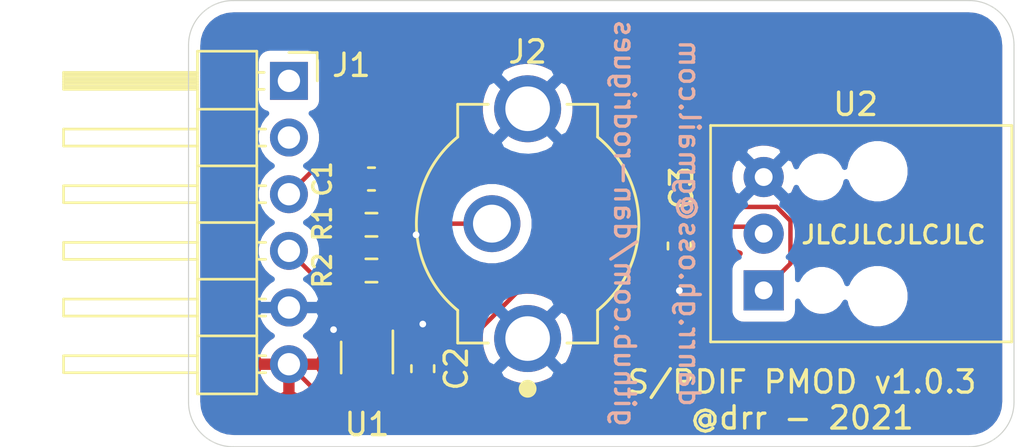
<source format=kicad_pcb>
(kicad_pcb (version 20171130) (host pcbnew "(5.1.8-0-10_14)")

  (general
    (thickness 1.6002)
    (drawings 18)
    (tracks 43)
    (zones 0)
    (modules 9)
    (nets 10)
  )

  (page A4)
  (layers
    (0 Front signal)
    (31 Back signal)
    (34 B.Paste user)
    (35 F.Paste user)
    (36 B.SilkS user)
    (37 F.SilkS user)
    (38 B.Mask user)
    (39 F.Mask user)
    (44 Edge.Cuts user)
    (45 Margin user)
    (46 B.CrtYd user)
    (47 F.CrtYd user)
    (49 F.Fab user hide)
  )

  (setup
    (last_trace_width 0.2)
    (user_trace_width 0.2)
    (user_trace_width 0.2)
    (user_trace_width 0.4)
    (user_trace_width 0.6)
    (trace_clearance 0.2)
    (zone_clearance 0.5)
    (zone_45_only no)
    (trace_min 0.2)
    (via_size 0.6)
    (via_drill 0.3)
    (via_min_size 0.6)
    (via_min_drill 0.3)
    (user_via 0.6 0.3)
    (user_via 0.9 0.4)
    (uvia_size 0.6858)
    (uvia_drill 0.3302)
    (uvias_allowed no)
    (uvia_min_size 0.2)
    (uvia_min_drill 0.1)
    (edge_width 0.05)
    (segment_width 0.2)
    (pcb_text_width 0.3)
    (pcb_text_size 1.5 1.5)
    (mod_edge_width 0.12)
    (mod_text_size 1 1)
    (mod_text_width 0.15)
    (pad_size 1.524 1.524)
    (pad_drill 0.762)
    (pad_to_mask_clearance 0)
    (aux_axis_origin 0 0)
    (visible_elements FFFFFF7F)
    (pcbplotparams
      (layerselection 0x010fc_ffffffff)
      (usegerberextensions false)
      (usegerberattributes true)
      (usegerberadvancedattributes true)
      (creategerberjobfile true)
      (excludeedgelayer true)
      (linewidth 0.100000)
      (plotframeref false)
      (viasonmask false)
      (mode 1)
      (useauxorigin false)
      (hpglpennumber 1)
      (hpglpenspeed 20)
      (hpglpendiameter 15.000000)
      (psnegative false)
      (psa4output false)
      (plotreference true)
      (plotvalue true)
      (plotinvisibletext false)
      (padsonsilk false)
      (subtractmaskfromsilk true)
      (outputformat 1)
      (mirror false)
      (drillshape 0)
      (scaleselection 1)
      (outputdirectory "job"))
  )

  (net 0 "")
  (net 1 +3V3)
  (net 2 GND)
  (net 3 "Net-(J1-Pad2)")
  (net 4 "Net-(J1-Pad1)")
  (net 5 "Net-(C1-Pad2)")
  (net 6 "Net-(C1-Pad1)")
  (net 7 "Net-(R1-Pad2)")
  (net 8 /OPTICAL)
  (net 9 /COAX)

  (net_class Default "This is the default net class."
    (clearance 0.2)
    (trace_width 0.2)
    (via_dia 0.6)
    (via_drill 0.3)
    (uvia_dia 0.6858)
    (uvia_drill 0.3302)
    (diff_pair_width 0.2)
    (diff_pair_gap 0.254)
    (add_net +3V3)
    (add_net /COAX)
    (add_net /OPTICAL)
    (add_net GND)
    (add_net "Net-(C1-Pad1)")
    (add_net "Net-(C1-Pad2)")
    (add_net "Net-(J1-Pad1)")
    (add_net "Net-(J1-Pad2)")
    (add_net "Net-(R1-Pad2)")
  )

  (module CUI_RCJ:RCJ-02x (layer Front) (tedit 603A2D80) (tstamp 5FE9ADD2)
    (at 234.2 133 90)
    (path /5FE78B1A)
    (fp_text reference J2 (at 7.7 0 180) (layer F.SilkS)
      (effects (font (size 1 1) (thickness 0.15)))
    )
    (fp_text value COAX_OUT (at 0 6.319445 90) (layer F.Fab)
      (effects (font (size 1 1) (thickness 0.15)))
    )
    (fp_circle (center -7.4 0) (end -7.2 0) (layer F.SilkS) (width 0.4))
    (fp_line (start -5.35 -3.135) (end -5.35 3.135) (layer F.Fab) (width 0.127))
    (fp_line (start 5.35 3.135) (end 5.35 -3.135) (layer F.Fab) (width 0.127))
    (fp_line (start 5.35 -3.135) (end 3.884 -3.135) (layer F.Fab) (width 0.127))
    (fp_line (start -3.884 -3.135) (end -5.35 -3.135) (layer F.Fab) (width 0.127))
    (fp_line (start -3.884 3.135) (end -5.35 3.135) (layer F.Fab) (width 0.127))
    (fp_line (start 5.35 3.135) (end 3.884 3.135) (layer F.Fab) (width 0.127))
    (fp_line (start 5.35 -3.135) (end 3.884 -3.135) (layer F.SilkS) (width 0.127))
    (fp_line (start -3.884 -3.135) (end -5.35 -3.135) (layer F.SilkS) (width 0.127))
    (fp_line (start -3.884 3.135) (end -5.35 3.135) (layer F.SilkS) (width 0.127))
    (fp_line (start 5.35 3.135) (end 3.884 3.135) (layer F.SilkS) (width 0.127))
    (fp_line (start -5.6 -3.385) (end -5.6 -1.7) (layer F.CrtYd) (width 0.05))
    (fp_line (start -5.6 1.75) (end -5.6 3.385) (layer F.CrtYd) (width 0.05))
    (fp_line (start 5.6 3.385) (end 5.6 1.7) (layer F.CrtYd) (width 0.05))
    (fp_line (start 5.6 -1.75) (end 5.6 -3.385) (layer F.CrtYd) (width 0.05))
    (fp_line (start 5.6 -3.385) (end 3.895 -3.385) (layer F.CrtYd) (width 0.05))
    (fp_line (start -3.903 -3.385) (end -5.6 -3.385) (layer F.CrtYd) (width 0.05))
    (fp_line (start -3.901 3.385) (end -5.6 3.385) (layer F.CrtYd) (width 0.05))
    (fp_line (start 5.6 3.385) (end 3.897 3.384999) (layer F.CrtYd) (width 0.05))
    (fp_line (start 5.6 -1.75) (end 6.95 -1.75) (layer F.CrtYd) (width 0.05))
    (fp_line (start 6.95 -1.75) (end 6.95 1.7) (layer F.CrtYd) (width 0.05))
    (fp_line (start 6.95 1.7) (end 5.6 1.7) (layer F.CrtYd) (width 0.05))
    (fp_line (start -5.6 -1.7) (end -6.9 -1.7) (layer F.CrtYd) (width 0.05))
    (fp_line (start -6.9 -1.7) (end -6.9 1.75) (layer F.CrtYd) (width 0.05))
    (fp_line (start -6.9 1.75) (end -5.6 1.75) (layer F.CrtYd) (width 0.05))
    (fp_line (start -5.35 1.765) (end -5.35 3.135) (layer F.SilkS) (width 0.127))
    (fp_line (start -5.35 -3.135) (end -5.35 -1.765) (layer F.SilkS) (width 0.127))
    (fp_line (start 5.35 -3.135) (end 5.35 -1.765) (layer F.SilkS) (width 0.127))
    (fp_line (start 5.35 1.765) (end 5.35 3.135) (layer F.SilkS) (width 0.127))
    (fp_arc (start -0.002 0.223988) (end -3.901 3.385) (angle -101.9350009) (layer F.CrtYd) (width 0.05))
    (fp_arc (start -0.004 -0.223988) (end 3.895 -3.385) (angle -101.935) (layer F.CrtYd) (width 0.05))
    (fp_arc (start 0 -0.013851) (end -3.884 3.135) (angle -101.935) (layer F.SilkS) (width 0.127))
    (fp_arc (start 0 0.013851) (end 3.884 -3.135) (angle -101.935) (layer F.SilkS) (width 0.127))
    (fp_arc (start 0 -0.013851) (end -3.884 3.135) (angle -101.935) (layer F.Fab) (width 0.127))
    (fp_arc (start 0 0.013851) (end 3.884 -3.135) (angle -101.935) (layer F.Fab) (width 0.127))
    (pad 2 thru_hole circle (at 0 -1.6 90) (size 2.55 2.55) (drill 1.7) (layers *.Cu *.Mask)
      (net 5 "Net-(C1-Pad2)"))
    (pad 1B thru_hole circle (at 5.15 0 90) (size 3 3) (drill 2) (layers *.Cu *.Mask)
      (net 2 GND))
    (pad 1A thru_hole circle (at -5.15 0 90) (size 3 3) (drill 2) (layers *.Cu *.Mask)
      (net 2 GND))
    (model ${KIPRJMOD}/kicad-lib/CUI_RCJ.pretty/3D/CUI_DEVICES_RCJ-027.step
      (offset (xyz 0 0 -6))
      (scale (xyz 1 1 1))
      (rotate (xyz 0 90 -90))
    )
  )

  (module Resistor_SMD:R_0603_1608Metric_Pad0.98x0.95mm_HandSolder (layer Front) (tedit 5F68FEEE) (tstamp 5FE825F8)
    (at 227.2 133.05 180)
    (descr "Resistor SMD 0603 (1608 Metric), square (rectangular) end terminal, IPC_7351 nominal with elongated pad for handsoldering. (Body size source: IPC-SM-782 page 72, https://www.pcb-3d.com/wordpress/wp-content/uploads/ipc-sm-782a_amendment_1_and_2.pdf), generated with kicad-footprint-generator")
    (tags "resistor handsolder")
    (path /5FE71303)
    (attr smd)
    (fp_text reference R2 (at 2.2 -2.05 90) (layer F.SilkS)
      (effects (font (size 0.8 0.8) (thickness 0.15)))
    )
    (fp_text value 110R (at 0 1.43) (layer F.Fab)
      (effects (font (size 1 1) (thickness 0.15)))
    )
    (fp_line (start -0.8 0.4125) (end -0.8 -0.4125) (layer F.Fab) (width 0.1))
    (fp_line (start -0.8 -0.4125) (end 0.8 -0.4125) (layer F.Fab) (width 0.1))
    (fp_line (start 0.8 -0.4125) (end 0.8 0.4125) (layer F.Fab) (width 0.1))
    (fp_line (start 0.8 0.4125) (end -0.8 0.4125) (layer F.Fab) (width 0.1))
    (fp_line (start -0.254724 -0.5225) (end 0.254724 -0.5225) (layer F.SilkS) (width 0.12))
    (fp_line (start -0.254724 0.5225) (end 0.254724 0.5225) (layer F.SilkS) (width 0.12))
    (fp_line (start -1.65 0.73) (end -1.65 -0.73) (layer F.CrtYd) (width 0.05))
    (fp_line (start -1.65 -0.73) (end 1.65 -0.73) (layer F.CrtYd) (width 0.05))
    (fp_line (start 1.65 -0.73) (end 1.65 0.73) (layer F.CrtYd) (width 0.05))
    (fp_line (start 1.65 0.73) (end -1.65 0.73) (layer F.CrtYd) (width 0.05))
    (fp_text user %R (at 0 0) (layer F.Fab)
      (effects (font (size 0.4 0.4) (thickness 0.06)))
    )
    (pad 2 smd roundrect (at 0.9125 0 180) (size 0.975 0.95) (layers Front F.Paste F.Mask) (roundrect_rratio 0.25)
      (net 6 "Net-(C1-Pad1)"))
    (pad 1 smd roundrect (at -0.9125 0 180) (size 0.975 0.95) (layers Front F.Paste F.Mask) (roundrect_rratio 0.25)
      (net 2 GND))
    (model ${KISYS3DMOD}/Resistor_SMD.3dshapes/R_0603_1608Metric.wrl
      (at (xyz 0 0 0))
      (scale (xyz 1 1 1))
      (rotate (xyz 0 0 0))
    )
  )

  (module Resistor_SMD:R_0603_1608Metric_Pad0.98x0.95mm_HandSolder (layer Front) (tedit 5F68FEEE) (tstamp 5FE82639)
    (at 227.2 135.1)
    (descr "Resistor SMD 0603 (1608 Metric), square (rectangular) end terminal, IPC_7351 nominal with elongated pad for handsoldering. (Body size source: IPC-SM-782 page 72, https://www.pcb-3d.com/wordpress/wp-content/uploads/ipc-sm-782a_amendment_1_and_2.pdf), generated with kicad-footprint-generator")
    (tags "resistor handsolder")
    (path /5FE704D2)
    (attr smd)
    (fp_text reference R1 (at -2.2 -2.1 90) (layer F.SilkS)
      (effects (font (size 0.8 0.8) (thickness 0.15)))
    )
    (fp_text value 210R (at 0 1.43) (layer F.Fab)
      (effects (font (size 1 1) (thickness 0.15)))
    )
    (fp_line (start -0.8 0.4125) (end -0.8 -0.4125) (layer F.Fab) (width 0.1))
    (fp_line (start -0.8 -0.4125) (end 0.8 -0.4125) (layer F.Fab) (width 0.1))
    (fp_line (start 0.8 -0.4125) (end 0.8 0.4125) (layer F.Fab) (width 0.1))
    (fp_line (start 0.8 0.4125) (end -0.8 0.4125) (layer F.Fab) (width 0.1))
    (fp_line (start -0.254724 -0.5225) (end 0.254724 -0.5225) (layer F.SilkS) (width 0.12))
    (fp_line (start -0.254724 0.5225) (end 0.254724 0.5225) (layer F.SilkS) (width 0.12))
    (fp_line (start -1.65 0.73) (end -1.65 -0.73) (layer F.CrtYd) (width 0.05))
    (fp_line (start -1.65 -0.73) (end 1.65 -0.73) (layer F.CrtYd) (width 0.05))
    (fp_line (start 1.65 -0.73) (end 1.65 0.73) (layer F.CrtYd) (width 0.05))
    (fp_line (start 1.65 0.73) (end -1.65 0.73) (layer F.CrtYd) (width 0.05))
    (fp_text user %R (at 0 0) (layer F.Fab)
      (effects (font (size 0.4 0.4) (thickness 0.06)))
    )
    (pad 2 smd roundrect (at 0.9125 0) (size 0.975 0.95) (layers Front F.Paste F.Mask) (roundrect_rratio 0.25)
      (net 7 "Net-(R1-Pad2)"))
    (pad 1 smd roundrect (at -0.9125 0) (size 0.975 0.95) (layers Front F.Paste F.Mask) (roundrect_rratio 0.25)
      (net 6 "Net-(C1-Pad1)"))
    (model ${KISYS3DMOD}/Resistor_SMD.3dshapes/R_0603_1608Metric.wrl
      (at (xyz 0 0 0))
      (scale (xyz 1 1 1))
      (rotate (xyz 0 0 0))
    )
  )

  (module Capacitor_SMD:C_0603_1608Metric_Pad1.08x0.95mm_HandSolder (layer Front) (tedit 5F68FEEF) (tstamp 603A8E7A)
    (at 227.2 131)
    (descr "Capacitor SMD 0603 (1608 Metric), square (rectangular) end terminal, IPC_7351 nominal with elongated pad for handsoldering. (Body size source: IPC-SM-782 page 76, https://www.pcb-3d.com/wordpress/wp-content/uploads/ipc-sm-782a_amendment_1_and_2.pdf), generated with kicad-footprint-generator")
    (tags "capacitor handsolder")
    (path /5FE743A6)
    (attr smd)
    (fp_text reference C1 (at -2.2 0 90) (layer F.SilkS)
      (effects (font (size 0.8 0.8) (thickness 0.15)))
    )
    (fp_text value 100nF (at 0 1.43) (layer F.Fab)
      (effects (font (size 1 1) (thickness 0.15)))
    )
    (fp_line (start -0.8 0.4) (end -0.8 -0.4) (layer F.Fab) (width 0.1))
    (fp_line (start -0.8 -0.4) (end 0.8 -0.4) (layer F.Fab) (width 0.1))
    (fp_line (start 0.8 -0.4) (end 0.8 0.4) (layer F.Fab) (width 0.1))
    (fp_line (start 0.8 0.4) (end -0.8 0.4) (layer F.Fab) (width 0.1))
    (fp_line (start -0.146267 -0.51) (end 0.146267 -0.51) (layer F.SilkS) (width 0.12))
    (fp_line (start -0.146267 0.51) (end 0.146267 0.51) (layer F.SilkS) (width 0.12))
    (fp_line (start -1.65 0.73) (end -1.65 -0.73) (layer F.CrtYd) (width 0.05))
    (fp_line (start -1.65 -0.73) (end 1.65 -0.73) (layer F.CrtYd) (width 0.05))
    (fp_line (start 1.65 -0.73) (end 1.65 0.73) (layer F.CrtYd) (width 0.05))
    (fp_line (start 1.65 0.73) (end -1.65 0.73) (layer F.CrtYd) (width 0.05))
    (fp_text user %R (at 0 0) (layer F.Fab)
      (effects (font (size 0.4 0.4) (thickness 0.06)))
    )
    (pad 2 smd roundrect (at 0.8625 0) (size 1.075 0.95) (layers Front F.Paste F.Mask) (roundrect_rratio 0.25)
      (net 5 "Net-(C1-Pad2)"))
    (pad 1 smd roundrect (at -0.8625 0) (size 1.075 0.95) (layers Front F.Paste F.Mask) (roundrect_rratio 0.25)
      (net 6 "Net-(C1-Pad1)"))
    (model ${KISYS3DMOD}/Capacitor_SMD.3dshapes/C_0603_1608Metric.wrl
      (at (xyz 0 0 0))
      (scale (xyz 1 1 1))
      (rotate (xyz 0 0 0))
    )
  )

  (module Cliff_Electronic_Optical:FCR684208T (layer Front) (tedit 600D1847) (tstamp 5FEDC7D4)
    (at 252.4 139.8)
    (path /5FED4293)
    (fp_text reference U2 (at -3.5 -12.15) (layer F.SilkS)
      (effects (font (size 1 1) (thickness 0.15)))
    )
    (fp_text value OPTICAL_OUT (at -3 0.5) (layer F.Fab)
      (effects (font (size 1 1) (thickness 0.15)))
    )
    (fp_line (start -10.4 -1.2) (end -10.4 -11.5) (layer F.CrtYd) (width 0.12))
    (fp_line (start 4 -1.2) (end -10.4 -1.2) (layer F.CrtYd) (width 0.12))
    (fp_line (start 4 -11.5) (end 4 -1.2) (layer F.CrtYd) (width 0.12))
    (fp_line (start -10.4 -11.5) (end 4 -11.5) (layer F.CrtYd) (width 0.12))
    (fp_line (start 3.5 -1.5) (end -10 -1.5) (layer F.SilkS) (width 0.12))
    (fp_line (start -10 -11.2) (end 3.5 -11.2) (layer F.SilkS) (width 0.12))
    (fp_line (start -10 -1.5) (end -10 -11.2) (layer F.SilkS) (width 0.12))
    (fp_line (start 3.5 -11.2) (end 3.5 -1.5) (layer F.SilkS) (width 0.12))
    (pad "" np_thru_hole circle (at -2.52 -9.15) (size 1.7 1.7) (drill 1.7) (layers *.Cu *.Mask))
    (pad "" np_thru_hole circle (at -5.08 -8.89) (size 1.1 1.1) (drill 1.1) (layers *.Cu *.Mask))
    (pad "" np_thru_hole circle (at -2.52 -3.55) (size 1.7 1.7) (drill 1.7) (layers *.Cu *.Mask))
    (pad 1 thru_hole circle (at -7.62 -8.89) (size 1.8 1.8) (drill 0.8) (layers *.Cu *.Mask)
      (net 2 GND))
    (pad 2 thru_hole circle (at -7.62 -6.35) (size 1.8 1.8) (drill 0.8) (layers *.Cu *.Mask)
      (net 1 +3V3))
    (pad 3 thru_hole rect (at -7.62 -3.81) (size 1.8 1.8) (drill 0.8) (layers *.Cu *.Mask)
      (net 8 /OPTICAL))
    (pad "" np_thru_hole circle (at -5.02 -3.81) (size 1.1 1.1) (drill 1.1) (layers *.Cu *.Mask))
  )

  (module Capacitor_SMD:C_0603_1608Metric_Pad1.08x0.95mm_HandSolder (layer Front) (tedit 5F68FEEF) (tstamp 5FED92D9)
    (at 241 134 270)
    (descr "Capacitor SMD 0603 (1608 Metric), square (rectangular) end terminal, IPC_7351 nominal with elongated pad for handsoldering. (Body size source: IPC-SM-782 page 76, https://www.pcb-3d.com/wordpress/wp-content/uploads/ipc-sm-782a_amendment_1_and_2.pdf), generated with kicad-footprint-generator")
    (tags "capacitor handsolder")
    (path /5FED4C1C)
    (attr smd)
    (fp_text reference C3 (at -2.6 -0.1 90) (layer F.SilkS)
      (effects (font (size 1 1) (thickness 0.15)))
    )
    (fp_text value 100nF (at 0 1.43 90) (layer F.Fab)
      (effects (font (size 1 1) (thickness 0.15)))
    )
    (fp_line (start -0.8 0.4) (end -0.8 -0.4) (layer F.Fab) (width 0.1))
    (fp_line (start -0.8 -0.4) (end 0.8 -0.4) (layer F.Fab) (width 0.1))
    (fp_line (start 0.8 -0.4) (end 0.8 0.4) (layer F.Fab) (width 0.1))
    (fp_line (start 0.8 0.4) (end -0.8 0.4) (layer F.Fab) (width 0.1))
    (fp_line (start -0.146267 -0.51) (end 0.146267 -0.51) (layer F.SilkS) (width 0.12))
    (fp_line (start -0.146267 0.51) (end 0.146267 0.51) (layer F.SilkS) (width 0.12))
    (fp_line (start -1.65 0.73) (end -1.65 -0.73) (layer F.CrtYd) (width 0.05))
    (fp_line (start -1.65 -0.73) (end 1.65 -0.73) (layer F.CrtYd) (width 0.05))
    (fp_line (start 1.65 -0.73) (end 1.65 0.73) (layer F.CrtYd) (width 0.05))
    (fp_line (start 1.65 0.73) (end -1.65 0.73) (layer F.CrtYd) (width 0.05))
    (fp_text user %R (at 0 0 90) (layer F.Fab)
      (effects (font (size 0.4 0.4) (thickness 0.06)))
    )
    (pad 2 smd roundrect (at 0.8625 0 270) (size 1.075 0.95) (layers Front F.Paste F.Mask) (roundrect_rratio 0.25)
      (net 2 GND))
    (pad 1 smd roundrect (at -0.8625 0 270) (size 1.075 0.95) (layers Front F.Paste F.Mask) (roundrect_rratio 0.25)
      (net 1 +3V3))
    (model ${KISYS3DMOD}/Capacitor_SMD.3dshapes/C_0603_1608Metric.wrl
      (at (xyz 0 0 0))
      (scale (xyz 1 1 1))
      (rotate (xyz 0 0 0))
    )
  )

  (module Capacitor_SMD:C_0603_1608Metric_Pad1.08x0.95mm_HandSolder (layer Front) (tedit 5F68FEEF) (tstamp 5FE82861)
    (at 229.5 139.5 90)
    (descr "Capacitor SMD 0603 (1608 Metric), square (rectangular) end terminal, IPC_7351 nominal with elongated pad for handsoldering. (Body size source: IPC-SM-782 page 76, https://www.pcb-3d.com/wordpress/wp-content/uploads/ipc-sm-782a_amendment_1_and_2.pdf), generated with kicad-footprint-generator")
    (tags "capacitor handsolder")
    (path /5FE720F4)
    (attr smd)
    (fp_text reference C2 (at 0 1.5 90) (layer F.SilkS)
      (effects (font (size 1 1) (thickness 0.15)))
    )
    (fp_text value 100nF (at 0 1.43 90) (layer F.Fab)
      (effects (font (size 1 1) (thickness 0.15)))
    )
    (fp_line (start -0.8 0.4) (end -0.8 -0.4) (layer F.Fab) (width 0.1))
    (fp_line (start -0.8 -0.4) (end 0.8 -0.4) (layer F.Fab) (width 0.1))
    (fp_line (start 0.8 -0.4) (end 0.8 0.4) (layer F.Fab) (width 0.1))
    (fp_line (start 0.8 0.4) (end -0.8 0.4) (layer F.Fab) (width 0.1))
    (fp_line (start -0.146267 -0.51) (end 0.146267 -0.51) (layer F.SilkS) (width 0.12))
    (fp_line (start -0.146267 0.51) (end 0.146267 0.51) (layer F.SilkS) (width 0.12))
    (fp_line (start -1.65 0.73) (end -1.65 -0.73) (layer F.CrtYd) (width 0.05))
    (fp_line (start -1.65 -0.73) (end 1.65 -0.73) (layer F.CrtYd) (width 0.05))
    (fp_line (start 1.65 -0.73) (end 1.65 0.73) (layer F.CrtYd) (width 0.05))
    (fp_line (start 1.65 0.73) (end -1.65 0.73) (layer F.CrtYd) (width 0.05))
    (fp_text user %R (at 0 0 90) (layer F.Fab)
      (effects (font (size 0.4 0.4) (thickness 0.06)))
    )
    (pad 2 smd roundrect (at 0.8625 0 90) (size 1.075 0.95) (layers Front F.Paste F.Mask) (roundrect_rratio 0.25)
      (net 2 GND))
    (pad 1 smd roundrect (at -0.8625 0 90) (size 1.075 0.95) (layers Front F.Paste F.Mask) (roundrect_rratio 0.25)
      (net 1 +3V3))
    (model ${KISYS3DMOD}/Capacitor_SMD.3dshapes/C_0603_1608Metric.wrl
      (at (xyz 0 0 0))
      (scale (xyz 1 1 1))
      (rotate (xyz 0 0 0))
    )
  )

  (module Package_TO_SOT_SMD:SOT-353_SC-70-5_Handsoldering (layer Front) (tedit 5C9ED275) (tstamp 5FE8071B)
    (at 227 139 270)
    (descr "SOT-353, SC-70-5, Handsoldering")
    (tags "SOT-353 SC-70-5 Handsoldering")
    (path /5FE821ED)
    (attr smd)
    (fp_text reference U1 (at 3 0 180) (layer F.SilkS)
      (effects (font (size 1 1) (thickness 0.15)))
    )
    (fp_text value 74LVC1G34 (at 0 2 270) (layer F.Fab)
      (effects (font (size 1 1) (thickness 0.15)))
    )
    (fp_line (start 0.7 -1.16) (end -1.2 -1.16) (layer F.SilkS) (width 0.12))
    (fp_line (start -0.7 1.16) (end 0.7 1.16) (layer F.SilkS) (width 0.12))
    (fp_line (start 2.4 1.4) (end 2.4 -1.4) (layer F.CrtYd) (width 0.05))
    (fp_line (start -2.4 -1.4) (end -2.4 1.4) (layer F.CrtYd) (width 0.05))
    (fp_line (start -2.4 -1.4) (end 2.4 -1.4) (layer F.CrtYd) (width 0.05))
    (fp_line (start 0.675 -1.1) (end -0.175 -1.1) (layer F.Fab) (width 0.1))
    (fp_line (start -0.675 -0.6) (end -0.675 1.1) (layer F.Fab) (width 0.1))
    (fp_line (start -2.4 1.4) (end 2.4 1.4) (layer F.CrtYd) (width 0.05))
    (fp_line (start 0.675 -1.1) (end 0.675 1.1) (layer F.Fab) (width 0.1))
    (fp_line (start 0.675 1.1) (end -0.675 1.1) (layer F.Fab) (width 0.1))
    (fp_line (start -0.175 -1.1) (end -0.675 -0.6) (layer F.Fab) (width 0.1))
    (fp_text user %R (at 0 0) (layer F.Fab)
      (effects (font (size 0.5 0.5) (thickness 0.075)))
    )
    (pad 5 smd rect (at 1.33 -0.65 270) (size 1.5 0.4) (layers Front F.Paste F.Mask)
      (net 1 +3V3))
    (pad 4 smd rect (at 1.33 0.65 270) (size 1.5 0.4) (layers Front F.Paste F.Mask)
      (net 7 "Net-(R1-Pad2)"))
    (pad 3 smd rect (at -1.33 0.65 270) (size 1.5 0.4) (layers Front F.Paste F.Mask)
      (net 2 GND))
    (pad 2 smd rect (at -1.33 0 270) (size 1.5 0.4) (layers Front F.Paste F.Mask)
      (net 9 /COAX))
    (pad 1 smd rect (at -1.33 -0.65 270) (size 1.5 0.4) (layers Front F.Paste F.Mask))
    (model ${KISYS3DMOD}/Package_TO_SOT_SMD.3dshapes/SOT-353_SC-70-5.wrl
      (at (xyz 0 0 0))
      (scale (xyz 1 1 1))
      (rotate (xyz 0 0 0))
    )
  )

  (module PMOD:PinHeader_1x06_P2.54mm_Horizontal (layer Front) (tedit 5FE70FAE) (tstamp 5FE81FAE)
    (at 210.8 126.6)
    (descr "Through hole angled pin header, 1x06, 2.54mm pitch, 6mm pin length, single row")
    (tags "Through hole angled pin header THT 1x06 2.54mm single row")
    (path /5FE5FBF7)
    (fp_text reference J1 (at 15.5 -0.7) (layer F.SilkS)
      (effects (font (size 1 1) (thickness 0.15)))
    )
    (fp_text value PMOD (at 4.385 14.97) (layer F.Fab)
      (effects (font (size 1 1) (thickness 0.15)))
    )
    (fp_line (start 10.565 -1.27) (end 8.66 -1.27) (layer F.Fab) (width 0.1))
    (fp_line (start 8.66 -1.27) (end 8.66 13.97) (layer F.Fab) (width 0.1))
    (fp_line (start 8.66 13.97) (end 11.2 13.97) (layer F.Fab) (width 0.1))
    (fp_line (start 11.2 13.97) (end 11.2 -0.635) (layer F.Fab) (width 0.1))
    (fp_line (start 11.2 -0.635) (end 10.565 -1.27) (layer F.Fab) (width 0.1))
    (fp_line (start 13.02 -0.32) (end 11.2 -0.32) (layer F.Fab) (width 0.1))
    (fp_line (start 13.02 -0.32) (end 13.02 0.32) (layer F.Fab) (width 0.1))
    (fp_line (start 13.02 0.32) (end 11.2 0.32) (layer F.Fab) (width 0.1))
    (fp_line (start 8.66 -0.32) (end 2.66 -0.32) (layer F.Fab) (width 0.1))
    (fp_line (start 2.66 -0.32) (end 2.66 0.32) (layer F.Fab) (width 0.1))
    (fp_line (start 8.66 0.32) (end 2.66 0.32) (layer F.Fab) (width 0.1))
    (fp_line (start 13.02 2.22) (end 11.2 2.22) (layer F.Fab) (width 0.1))
    (fp_line (start 13.02 2.22) (end 13.02 2.86) (layer F.Fab) (width 0.1))
    (fp_line (start 13.02 2.86) (end 11.2 2.86) (layer F.Fab) (width 0.1))
    (fp_line (start 8.66 2.22) (end 2.66 2.22) (layer F.Fab) (width 0.1))
    (fp_line (start 2.66 2.22) (end 2.66 2.86) (layer F.Fab) (width 0.1))
    (fp_line (start 8.66 2.86) (end 2.66 2.86) (layer F.Fab) (width 0.1))
    (fp_line (start 13.02 4.76) (end 11.2 4.76) (layer F.Fab) (width 0.1))
    (fp_line (start 13.02 4.76) (end 13.02 5.4) (layer F.Fab) (width 0.1))
    (fp_line (start 13.02 5.4) (end 11.2 5.4) (layer F.Fab) (width 0.1))
    (fp_line (start 8.66 4.76) (end 2.66 4.76) (layer F.Fab) (width 0.1))
    (fp_line (start 2.66 4.76) (end 2.66 5.4) (layer F.Fab) (width 0.1))
    (fp_line (start 8.66 5.4) (end 2.66 5.4) (layer F.Fab) (width 0.1))
    (fp_line (start 13.02 7.3) (end 11.2 7.3) (layer F.Fab) (width 0.1))
    (fp_line (start 13.02 7.3) (end 13.02 7.94) (layer F.Fab) (width 0.1))
    (fp_line (start 13.02 7.94) (end 11.2 7.94) (layer F.Fab) (width 0.1))
    (fp_line (start 8.66 7.3) (end 2.66 7.3) (layer F.Fab) (width 0.1))
    (fp_line (start 2.66 7.3) (end 2.66 7.94) (layer F.Fab) (width 0.1))
    (fp_line (start 8.66 7.94) (end 2.66 7.94) (layer F.Fab) (width 0.1))
    (fp_line (start 13.02 9.84) (end 11.2 9.84) (layer F.Fab) (width 0.1))
    (fp_line (start 13.02 9.84) (end 13.02 10.48) (layer F.Fab) (width 0.1))
    (fp_line (start 13.02 10.48) (end 11.2 10.48) (layer F.Fab) (width 0.1))
    (fp_line (start 8.66 9.84) (end 2.66 9.84) (layer F.Fab) (width 0.1))
    (fp_line (start 2.66 9.84) (end 2.66 10.48) (layer F.Fab) (width 0.1))
    (fp_line (start 8.66 10.48) (end 2.66 10.48) (layer F.Fab) (width 0.1))
    (fp_line (start 13.02 12.38) (end 11.2 12.38) (layer F.Fab) (width 0.1))
    (fp_line (start 13.02 12.38) (end 13.02 13.02) (layer F.Fab) (width 0.1))
    (fp_line (start 13.02 13.02) (end 11.2 13.02) (layer F.Fab) (width 0.1))
    (fp_line (start 8.66 12.38) (end 2.66 12.38) (layer F.Fab) (width 0.1))
    (fp_line (start 2.66 12.38) (end 2.66 13.02) (layer F.Fab) (width 0.1))
    (fp_line (start 8.66 13.02) (end 2.66 13.02) (layer F.Fab) (width 0.1))
    (fp_line (start 11.26 -1.33) (end 11.26 14.03) (layer F.SilkS) (width 0.12))
    (fp_line (start 11.26 14.03) (end 8.6 14.03) (layer F.SilkS) (width 0.12))
    (fp_line (start 8.6 14.03) (end 8.6 -1.33) (layer F.SilkS) (width 0.12))
    (fp_line (start 8.6 -1.33) (end 11.26 -1.33) (layer F.SilkS) (width 0.12))
    (fp_line (start 8.6 -0.38) (end 2.6 -0.38) (layer F.SilkS) (width 0.12))
    (fp_line (start 2.6 -0.38) (end 2.6 0.38) (layer F.SilkS) (width 0.12))
    (fp_line (start 2.6 0.38) (end 8.6 0.38) (layer F.SilkS) (width 0.12))
    (fp_line (start 8.6 -0.32) (end 2.6 -0.32) (layer F.SilkS) (width 0.12))
    (fp_line (start 8.6 -0.2) (end 2.6 -0.2) (layer F.SilkS) (width 0.12))
    (fp_line (start 8.6 -0.08) (end 2.6 -0.08) (layer F.SilkS) (width 0.12))
    (fp_line (start 8.6 0.04) (end 2.6 0.04) (layer F.SilkS) (width 0.12))
    (fp_line (start 8.6 0.16) (end 2.6 0.16) (layer F.SilkS) (width 0.12))
    (fp_line (start 8.6 0.28) (end 2.6 0.28) (layer F.SilkS) (width 0.12))
    (fp_line (start 11.59 -0.38) (end 11.26 -0.38) (layer F.SilkS) (width 0.12))
    (fp_line (start 11.59 0.38) (end 11.26 0.38) (layer F.SilkS) (width 0.12))
    (fp_line (start 11.26 1.27) (end 8.6 1.27) (layer F.SilkS) (width 0.12))
    (fp_line (start 8.6 2.16) (end 2.6 2.16) (layer F.SilkS) (width 0.12))
    (fp_line (start 2.6 2.16) (end 2.6 2.92) (layer F.SilkS) (width 0.12))
    (fp_line (start 2.6 2.92) (end 8.6 2.92) (layer F.SilkS) (width 0.12))
    (fp_line (start 11.657071 2.16) (end 11.26 2.16) (layer F.SilkS) (width 0.12))
    (fp_line (start 11.657071 2.92) (end 11.26 2.92) (layer F.SilkS) (width 0.12))
    (fp_line (start 11.26 3.81) (end 8.6 3.81) (layer F.SilkS) (width 0.12))
    (fp_line (start 8.6 4.7) (end 2.6 4.7) (layer F.SilkS) (width 0.12))
    (fp_line (start 2.6 4.7) (end 2.6 5.46) (layer F.SilkS) (width 0.12))
    (fp_line (start 2.6 5.46) (end 8.6 5.46) (layer F.SilkS) (width 0.12))
    (fp_line (start 11.657071 4.7) (end 11.26 4.7) (layer F.SilkS) (width 0.12))
    (fp_line (start 11.657071 5.46) (end 11.26 5.46) (layer F.SilkS) (width 0.12))
    (fp_line (start 11.26 6.35) (end 8.6 6.35) (layer F.SilkS) (width 0.12))
    (fp_line (start 8.6 7.24) (end 2.6 7.24) (layer F.SilkS) (width 0.12))
    (fp_line (start 2.6 7.24) (end 2.6 8) (layer F.SilkS) (width 0.12))
    (fp_line (start 2.6 8) (end 8.6 8) (layer F.SilkS) (width 0.12))
    (fp_line (start 11.657071 7.24) (end 11.26 7.24) (layer F.SilkS) (width 0.12))
    (fp_line (start 11.657071 8) (end 11.26 8) (layer F.SilkS) (width 0.12))
    (fp_line (start 11.26 8.89) (end 8.6 8.89) (layer F.SilkS) (width 0.12))
    (fp_line (start 8.6 9.78) (end 2.6 9.78) (layer F.SilkS) (width 0.12))
    (fp_line (start 2.6 9.78) (end 2.6 10.54) (layer F.SilkS) (width 0.12))
    (fp_line (start 2.6 10.54) (end 8.6 10.54) (layer F.SilkS) (width 0.12))
    (fp_line (start 11.657071 9.78) (end 11.26 9.78) (layer F.SilkS) (width 0.12))
    (fp_line (start 11.657071 10.54) (end 11.26 10.54) (layer F.SilkS) (width 0.12))
    (fp_line (start 11.26 11.43) (end 8.6 11.43) (layer F.SilkS) (width 0.12))
    (fp_line (start 8.6 12.32) (end 2.6 12.32) (layer F.SilkS) (width 0.12))
    (fp_line (start 2.6 12.32) (end 2.6 13.08) (layer F.SilkS) (width 0.12))
    (fp_line (start 2.6 13.08) (end 8.6 13.08) (layer F.SilkS) (width 0.12))
    (fp_line (start 11.657071 12.32) (end 11.26 12.32) (layer F.SilkS) (width 0.12))
    (fp_line (start 11.657071 13.08) (end 11.26 13.08) (layer F.SilkS) (width 0.12))
    (fp_line (start 13.97 0) (end 13.97 -1.27) (layer F.SilkS) (width 0.12))
    (fp_line (start 13.97 -1.27) (end 12.7 -1.27) (layer F.SilkS) (width 0.12))
    (fp_line (start 14.5 -1.8) (end 14.5 14.5) (layer F.CrtYd) (width 0.05))
    (fp_line (start 14.5 14.5) (end 2.15 14.5) (layer F.CrtYd) (width 0.05))
    (fp_line (start 2.15 14.5) (end 2.15 -1.8) (layer F.CrtYd) (width 0.05))
    (fp_line (start 2.15 -1.8) (end 14.5 -1.8) (layer F.CrtYd) (width 0.05))
    (fp_text user %R (at 2.77 6.35 90) (layer F.Fab)
      (effects (font (size 1 1) (thickness 0.15)))
    )
    (pad 1 thru_hole rect (at 12.7 0) (size 1.7 1.7) (drill 1) (layers *.Cu *.Mask)
      (net 4 "Net-(J1-Pad1)"))
    (pad 2 thru_hole oval (at 12.7 2.54) (size 1.7 1.7) (drill 1) (layers *.Cu *.Mask)
      (net 3 "Net-(J1-Pad2)"))
    (pad 3 thru_hole oval (at 12.7 5.08) (size 1.7 1.7) (drill 1) (layers *.Cu *.Mask)
      (net 8 /OPTICAL))
    (pad 4 thru_hole oval (at 12.7 7.62) (size 1.7 1.7) (drill 1) (layers *.Cu *.Mask)
      (net 9 /COAX))
    (pad 5 thru_hole oval (at 12.7 10.16) (size 1.7 1.7) (drill 1) (layers *.Cu *.Mask)
      (net 2 GND))
    (pad 6 thru_hole oval (at 12.7 12.7) (size 1.7 1.7) (drill 1) (layers *.Cu *.Mask)
      (net 1 +3V3))
    (model ${KISYS3DMOD}/Connector_PinHeader_2.54mm.3dshapes/PinHeader_1x06_P2.54mm_Horizontal.wrl
      (offset (xyz 12.75 -12.6 0))
      (scale (xyz 1 1 1))
      (rotate (xyz 0 0 180))
    )
  )

  (gr_text JLCJLCJLCJLC (at 250.6 133.5) (layer F.SilkS)
    (effects (font (size 0.8 0.8) (thickness 0.15)))
  )
  (gr_text "danrr.gh.oss@gmail.com\n\ngithub.com/dan-rodrigues" (at 240 132.98 270) (layer B.SilkS) (tstamp 600033DE)
    (effects (font (size 0.9 0.9) (thickness 0.15)) (justify mirror))
  )
  (gr_text "S/PDIF PMOD v1.0.3\n@drr - 2021" (at 246.5 140.9) (layer F.SilkS)
    (effects (font (size 1 1) (thickness 0.15)))
  )
  (gr_arc (start 254 125) (end 256 125) (angle -90) (layer Edge.Cuts) (width 0.05) (tstamp 5FE81E34))
  (gr_line (start 256 141) (end 256 125) (layer Edge.Cuts) (width 0.05) (tstamp 5FED9647))
  (gr_line (start 221 123) (end 254 123) (layer Edge.Cuts) (width 0.05))
  (gr_arc (start 221 125) (end 221 123) (angle -90) (layer Edge.Cuts) (width 0.05))
  (gr_line (start 219 141) (end 219 125) (layer Edge.Cuts) (width 0.05))
  (gr_line (start 254 143) (end 221 143) (layer Edge.Cuts) (width 0.05) (tstamp 5FE7014A))
  (gr_arc (start 221 141) (end 219 141) (angle -90) (layer Edge.Cuts) (width 0.05))
  (gr_arc (start 254 141) (end 254 143) (angle -90) (layer Edge.Cuts) (width 0.05) (tstamp 5FE81E2E))
  (gr_arc (start 253 125) (end 254 125) (angle -315) (layer Cmts.User) (width 0.15))
  (gr_arc (start 254 126) (end 253.000001 125.000001) (angle -315) (layer Cmts.User) (width 0.15))
  (gr_arc (start 253.5 125) (end 253.999999 125.499999) (angle -45) (layer Cmts.User) (width 0.15))
  (gr_arc (start 254 125.5) (end 254 125) (angle -45) (layer Cmts.User) (width 0.15))
  (dimension 1.27 (width 0.15) (layer Dwgs.User)
    (gr_text "1.270 mm" (at 223.55 121.285 90) (layer Dwgs.User)
      (effects (font (size 1 1) (thickness 0.15)))
    )
    (feature1 (pts (xy 222.25 120.65) (xy 222.836421 120.65)))
    (feature2 (pts (xy 222.25 121.92) (xy 222.836421 121.92)))
    (crossbar (pts (xy 222.25 121.92) (xy 222.25 120.65)))
    (arrow1a (pts (xy 222.25 120.65) (xy 222.836421 121.776504)))
    (arrow1b (pts (xy 222.25 120.65) (xy 221.663579 121.776504)))
    (arrow2a (pts (xy 222.25 121.92) (xy 222.836421 120.793496)))
    (arrow2b (pts (xy 222.25 121.92) (xy 221.663579 120.793496)))
  )
  (dimension 21.59 (width 0.15) (layer Dwgs.User)
    (gr_text "21.590 mm" (at 233.045 121.89) (layer Dwgs.User)
      (effects (font (size 1 1) (thickness 0.15)))
    )
    (feature1 (pts (xy 222.25 123.19) (xy 222.25 122.603579)))
    (feature2 (pts (xy 243.84 123.19) (xy 243.84 122.603579)))
    (crossbar (pts (xy 243.84 123.19) (xy 222.25 123.19)))
    (arrow1a (pts (xy 222.25 123.19) (xy 223.376504 122.603579)))
    (arrow1b (pts (xy 222.25 123.19) (xy 223.376504 123.776421)))
    (arrow2a (pts (xy 243.84 123.19) (xy 242.713496 122.603579)))
    (arrow2b (pts (xy 243.84 123.19) (xy 242.713496 123.776421)))
  )
  (dimension 21.59 (width 0.15) (layer Dwgs.User)
    (gr_text "21.590 mm" (at 233.045 120.62) (layer Dwgs.User)
      (effects (font (size 1 1) (thickness 0.15)))
    )
    (feature1 (pts (xy 222.25 121.92) (xy 222.25 121.333579)))
    (feature2 (pts (xy 243.84 121.92) (xy 243.84 121.333579)))
    (crossbar (pts (xy 243.84 121.92) (xy 222.25 121.92)))
    (arrow1a (pts (xy 222.25 121.92) (xy 223.376504 121.333579)))
    (arrow1b (pts (xy 222.25 121.92) (xy 223.376504 122.506421)))
    (arrow2a (pts (xy 243.84 121.92) (xy 242.713496 121.333579)))
    (arrow2b (pts (xy 243.84 121.92) (xy 242.713496 122.506421)))
  )

  (segment (start 227.6825 140.3625) (end 227.65 140.33) (width 0.2) (layer Front) (net 1) (status 30))
  (segment (start 229.5 140.3625) (end 227.6825 140.3625) (width 0.2) (layer Front) (net 1) (status 30))
  (segment (start 244.4675 133.1375) (end 244.78 133.45) (width 0.2) (layer Front) (net 1))
  (segment (start 241 133.1375) (end 244.4675 133.1375) (width 0.2) (layer Front) (net 1))
  (segment (start 225.580001 141.380001) (end 223.5 139.3) (width 0.2) (layer Front) (net 1))
  (segment (start 227.119999 141.380001) (end 225.580001 141.380001) (width 0.2) (layer Front) (net 1))
  (segment (start 227.65 140.85) (end 227.119999 141.380001) (width 0.2) (layer Front) (net 1))
  (segment (start 227.65 140.33) (end 227.65 140.85) (width 0.2) (layer Front) (net 1))
  (segment (start 236.6625 133.1375) (end 241 133.1375) (width 0.2) (layer Front) (net 1))
  (segment (start 229.5 140.3) (end 236.6625 133.1375) (width 0.2) (layer Front) (net 1))
  (segment (start 229.5 140.3625) (end 229.5 140.3) (width 0.2) (layer Front) (net 1))
  (via (at 229.5 137.5) (size 0.6) (drill 0.3) (layers Front Back) (net 2))
  (segment (start 229.5 138.6375) (end 229.5 137.5) (width 0.2) (layer Front) (net 2) (status 10))
  (via (at 241 136) (size 0.6) (drill 0.3) (layers Front Back) (net 2))
  (segment (start 241 135.3625) (end 241 136) (width 0.2) (layer Front) (net 2))
  (segment (start 226.35 137.67) (end 225.580003 137.67) (width 0.2) (layer Front) (net 2))
  (segment (start 225.580003 137.67) (end 225.5 137.750003) (width 0.2) (layer Front) (net 2))
  (via (at 225.5 137.750003) (size 0.6) (drill 0.3) (layers Front Back) (net 2))
  (via (at 229.2 133.5) (size 0.6) (drill 0.3) (layers Front Back) (net 2))
  (segment (start 228.75 133.05) (end 229.2 133.5) (width 0.2) (layer Front) (net 2))
  (segment (start 228.1125 133.05) (end 228.75 133.05) (width 0.2) (layer Front) (net 2))
  (segment (start 228.1 131) (end 230.1 133) (width 0.2) (layer Front) (net 5))
  (segment (start 230.1 133) (end 232.6 133) (width 0.2) (layer Front) (net 5))
  (segment (start 228.0625 131) (end 228.1 131) (width 0.2) (layer Front) (net 5))
  (segment (start 226.2875 131.05) (end 226.3375 131) (width 0.2) (layer Front) (net 6))
  (segment (start 226.2875 135.1) (end 226.2875 131.05) (width 0.2) (layer Front) (net 6))
  (segment (start 228.25 135.2375) (end 228.1125 135.1) (width 0.2) (layer Front) (net 7))
  (segment (start 228.25 138.560002) (end 228.25 135.2375) (width 0.2) (layer Front) (net 7))
  (segment (start 226.35 139.38) (end 227.009999 138.720001) (width 0.2) (layer Front) (net 7))
  (segment (start 228.090001 138.720001) (end 228.25 138.560002) (width 0.2) (layer Front) (net 7))
  (segment (start 227.009999 138.720001) (end 228.090001 138.720001) (width 0.2) (layer Front) (net 7))
  (segment (start 226.35 140.33) (end 226.35 139.38) (width 0.2) (layer Front) (net 7))
  (segment (start 245.980001 134.789999) (end 244.78 135.99) (width 0.2) (layer Front) (net 8))
  (segment (start 245.980001 132.873999) (end 245.980001 134.789999) (width 0.2) (layer Front) (net 8))
  (segment (start 245.356001 132.249999) (end 245.980001 132.873999) (width 0.2) (layer Front) (net 8))
  (segment (start 234.62499 130.22499) (end 236.649999 132.249999) (width 0.2) (layer Front) (net 8))
  (segment (start 236.649999 132.249999) (end 245.356001 132.249999) (width 0.2) (layer Front) (net 8))
  (segment (start 224.95501 130.22499) (end 234.62499 130.22499) (width 0.2) (layer Front) (net 8))
  (segment (start 223.5 131.68) (end 224.95501 130.22499) (width 0.2) (layer Front) (net 8))
  (segment (start 223.5 134.22) (end 225.78 136.5) (width 0.2) (layer Front) (net 9))
  (segment (start 227 136.829998) (end 227 137.67) (width 0.2) (layer Front) (net 9))
  (segment (start 226.670002 136.5) (end 227 136.829998) (width 0.2) (layer Front) (net 9))
  (segment (start 225.78 136.5) (end 226.670002 136.5) (width 0.2) (layer Front) (net 9))

  (zone (net 2) (net_name GND) (layer Back) (tstamp 600D8468) (hatch edge 0.508)
    (connect_pads (clearance 0.5))
    (min_thickness 0.254)
    (fill yes (arc_segments 32) (thermal_gap 0.508) (thermal_bridge_width 0.508))
    (polygon
      (pts
        (xy 256 143) (xy 219 143) (xy 219 123) (xy 256 123)
      )
    )
    (filled_polygon
      (pts
        (xy 254.261222 123.68074) (xy 254.512492 123.756603) (xy 254.74424 123.879826) (xy 254.947644 124.045718) (xy 255.11495 124.247955)
        (xy 255.239788 124.478839) (xy 255.317405 124.729579) (xy 255.348001 125.020681) (xy 255.348 140.968113) (xy 255.319261 141.261219)
        (xy 255.243399 141.512488) (xy 255.120175 141.744239) (xy 254.954281 141.947644) (xy 254.752043 142.114951) (xy 254.521158 142.239789)
        (xy 254.270421 142.317405) (xy 253.979329 142.348) (xy 221.031887 142.348) (xy 220.738781 142.319261) (xy 220.487512 142.243399)
        (xy 220.255761 142.120175) (xy 220.052356 141.954281) (xy 219.885049 141.752043) (xy 219.760211 141.521158) (xy 219.682595 141.270421)
        (xy 219.652 140.979329) (xy 219.652 139.154528) (xy 222.023 139.154528) (xy 222.023 139.445472) (xy 222.07976 139.730825)
        (xy 222.191099 139.999622) (xy 222.352739 140.241533) (xy 222.558467 140.447261) (xy 222.800378 140.608901) (xy 223.069175 140.72024)
        (xy 223.354528 140.777) (xy 223.645472 140.777) (xy 223.930825 140.72024) (xy 224.199622 140.608901) (xy 224.441533 140.447261)
        (xy 224.647261 140.241533) (xy 224.808901 139.999622) (xy 224.92024 139.730825) (xy 224.937977 139.641653) (xy 232.887952 139.641653)
        (xy 233.043962 139.957214) (xy 233.418745 140.14802) (xy 233.823551 140.262044) (xy 234.242824 140.294902) (xy 234.660451 140.245334)
        (xy 235.060383 140.115243) (xy 235.356038 139.957214) (xy 235.512048 139.641653) (xy 234.2 138.329605) (xy 232.887952 139.641653)
        (xy 224.937977 139.641653) (xy 224.977 139.445472) (xy 224.977 139.154528) (xy 224.92024 138.869175) (xy 224.808901 138.600378)
        (xy 224.647261 138.358467) (xy 224.481618 138.192824) (xy 232.055098 138.192824) (xy 232.104666 138.610451) (xy 232.234757 139.010383)
        (xy 232.392786 139.306038) (xy 232.708347 139.462048) (xy 234.020395 138.15) (xy 234.379605 138.15) (xy 235.691653 139.462048)
        (xy 236.007214 139.306038) (xy 236.19802 138.931255) (xy 236.312044 138.526449) (xy 236.344902 138.107176) (xy 236.295334 137.689549)
        (xy 236.165243 137.289617) (xy 236.007214 136.993962) (xy 235.691653 136.837952) (xy 234.379605 138.15) (xy 234.020395 138.15)
        (xy 232.708347 136.837952) (xy 232.392786 136.993962) (xy 232.20198 137.368745) (xy 232.087956 137.773551) (xy 232.055098 138.192824)
        (xy 224.481618 138.192824) (xy 224.441533 138.152739) (xy 224.256853 138.02934) (xy 224.381355 137.955178) (xy 224.597588 137.760269)
        (xy 224.771641 137.52692) (xy 224.896825 137.264099) (xy 224.941476 137.11689) (xy 224.820155 136.887) (xy 223.627 136.887)
        (xy 223.627 136.907) (xy 223.373 136.907) (xy 223.373 136.887) (xy 222.179845 136.887) (xy 222.058524 137.11689)
        (xy 222.103175 137.264099) (xy 222.228359 137.52692) (xy 222.402412 137.760269) (xy 222.618645 137.955178) (xy 222.743147 138.02934)
        (xy 222.558467 138.152739) (xy 222.352739 138.358467) (xy 222.191099 138.600378) (xy 222.07976 138.869175) (xy 222.023 139.154528)
        (xy 219.652 139.154528) (xy 219.652 136.658347) (xy 232.887952 136.658347) (xy 234.2 137.970395) (xy 235.512048 136.658347)
        (xy 235.356038 136.342786) (xy 234.981255 136.15198) (xy 234.576449 136.037956) (xy 234.157176 136.005098) (xy 233.739549 136.054666)
        (xy 233.339617 136.184757) (xy 233.043962 136.342786) (xy 232.887952 136.658347) (xy 219.652 136.658347) (xy 219.652 125.75)
        (xy 222.019967 125.75) (xy 222.019967 127.45) (xy 222.032073 127.572913) (xy 222.067925 127.691103) (xy 222.126147 127.800028)
        (xy 222.204499 127.895501) (xy 222.299972 127.973853) (xy 222.408897 128.032075) (xy 222.493475 128.057731) (xy 222.352739 128.198467)
        (xy 222.191099 128.440378) (xy 222.07976 128.709175) (xy 222.023 128.994528) (xy 222.023 129.285472) (xy 222.07976 129.570825)
        (xy 222.191099 129.839622) (xy 222.352739 130.081533) (xy 222.558467 130.287261) (xy 222.742159 130.41) (xy 222.558467 130.532739)
        (xy 222.352739 130.738467) (xy 222.191099 130.980378) (xy 222.07976 131.249175) (xy 222.023 131.534528) (xy 222.023 131.825472)
        (xy 222.07976 132.110825) (xy 222.191099 132.379622) (xy 222.352739 132.621533) (xy 222.558467 132.827261) (xy 222.742159 132.95)
        (xy 222.558467 133.072739) (xy 222.352739 133.278467) (xy 222.191099 133.520378) (xy 222.07976 133.789175) (xy 222.023 134.074528)
        (xy 222.023 134.365472) (xy 222.07976 134.650825) (xy 222.191099 134.919622) (xy 222.352739 135.161533) (xy 222.558467 135.367261)
        (xy 222.743147 135.49066) (xy 222.618645 135.564822) (xy 222.402412 135.759731) (xy 222.228359 135.99308) (xy 222.103175 136.255901)
        (xy 222.058524 136.40311) (xy 222.179845 136.633) (xy 223.373 136.633) (xy 223.373 136.613) (xy 223.627 136.613)
        (xy 223.627 136.633) (xy 224.820155 136.633) (xy 224.941476 136.40311) (xy 224.896825 136.255901) (xy 224.771641 135.99308)
        (xy 224.597588 135.759731) (xy 224.381355 135.564822) (xy 224.256853 135.49066) (xy 224.441533 135.367261) (xy 224.647261 135.161533)
        (xy 224.695057 135.09) (xy 243.249967 135.09) (xy 243.249967 136.89) (xy 243.262073 137.012913) (xy 243.297925 137.131103)
        (xy 243.356147 137.240028) (xy 243.434499 137.335501) (xy 243.529972 137.413853) (xy 243.638897 137.472075) (xy 243.757087 137.507927)
        (xy 243.88 137.520033) (xy 245.68 137.520033) (xy 245.802913 137.507927) (xy 245.921103 137.472075) (xy 246.030028 137.413853)
        (xy 246.125501 137.335501) (xy 246.203853 137.240028) (xy 246.262075 137.131103) (xy 246.297927 137.012913) (xy 246.310033 136.89)
        (xy 246.310033 136.482521) (xy 246.336956 136.547519) (xy 246.465764 136.740294) (xy 246.629706 136.904236) (xy 246.822481 137.033044)
        (xy 247.036682 137.121769) (xy 247.264076 137.167) (xy 247.495924 137.167) (xy 247.723318 137.121769) (xy 247.937519 137.033044)
        (xy 248.130294 136.904236) (xy 248.294236 136.740294) (xy 248.423044 136.547519) (xy 248.429935 136.530883) (xy 248.45976 136.680825)
        (xy 248.571099 136.949622) (xy 248.732739 137.191533) (xy 248.938467 137.397261) (xy 249.180378 137.558901) (xy 249.449175 137.67024)
        (xy 249.734528 137.727) (xy 250.025472 137.727) (xy 250.310825 137.67024) (xy 250.579622 137.558901) (xy 250.821533 137.397261)
        (xy 251.027261 137.191533) (xy 251.188901 136.949622) (xy 251.30024 136.680825) (xy 251.357 136.395472) (xy 251.357 136.104528)
        (xy 251.30024 135.819175) (xy 251.188901 135.550378) (xy 251.027261 135.308467) (xy 250.821533 135.102739) (xy 250.579622 134.941099)
        (xy 250.310825 134.82976) (xy 250.025472 134.773) (xy 249.734528 134.773) (xy 249.449175 134.82976) (xy 249.180378 134.941099)
        (xy 248.938467 135.102739) (xy 248.732739 135.308467) (xy 248.571099 135.550378) (xy 248.518076 135.678388) (xy 248.511769 135.646682)
        (xy 248.423044 135.432481) (xy 248.294236 135.239706) (xy 248.130294 135.075764) (xy 247.937519 134.946956) (xy 247.723318 134.858231)
        (xy 247.495924 134.813) (xy 247.264076 134.813) (xy 247.036682 134.858231) (xy 246.822481 134.946956) (xy 246.629706 135.075764)
        (xy 246.465764 135.239706) (xy 246.336956 135.432481) (xy 246.310033 135.497479) (xy 246.310033 135.09) (xy 246.297927 134.967087)
        (xy 246.262075 134.848897) (xy 246.203853 134.739972) (xy 246.125501 134.644499) (xy 246.030028 134.566147) (xy 245.921103 134.507925)
        (xy 245.890779 134.498726) (xy 245.966099 134.423406) (xy 246.13321 134.173306) (xy 246.248319 133.89541) (xy 246.307 133.600396)
        (xy 246.307 133.299604) (xy 246.248319 133.00459) (xy 246.13321 132.726694) (xy 245.966099 132.476594) (xy 245.753406 132.263901)
        (xy 245.602299 132.162935) (xy 245.664475 131.97408) (xy 244.78 131.089605) (xy 243.895525 131.97408) (xy 243.957701 132.162935)
        (xy 243.806594 132.263901) (xy 243.593901 132.476594) (xy 243.42679 132.726694) (xy 243.311681 133.00459) (xy 243.253 133.299604)
        (xy 243.253 133.600396) (xy 243.311681 133.89541) (xy 243.42679 134.173306) (xy 243.593901 134.423406) (xy 243.669221 134.498726)
        (xy 243.638897 134.507925) (xy 243.529972 134.566147) (xy 243.434499 134.644499) (xy 243.356147 134.739972) (xy 243.297925 134.848897)
        (xy 243.262073 134.967087) (xy 243.249967 135.09) (xy 224.695057 135.09) (xy 224.808901 134.919622) (xy 224.92024 134.650825)
        (xy 224.977 134.365472) (xy 224.977 134.074528) (xy 224.92024 133.789175) (xy 224.808901 133.520378) (xy 224.647261 133.278467)
        (xy 224.441533 133.072739) (xy 224.257841 132.95) (xy 224.441533 132.827261) (xy 224.456125 132.812669) (xy 230.698 132.812669)
        (xy 230.698 133.187331) (xy 230.771093 133.554793) (xy 230.914469 133.900935) (xy 231.12262 134.212454) (xy 231.387546 134.47738)
        (xy 231.699065 134.685531) (xy 232.045207 134.828907) (xy 232.412669 134.902) (xy 232.787331 134.902) (xy 233.154793 134.828907)
        (xy 233.500935 134.685531) (xy 233.812454 134.47738) (xy 234.07738 134.212454) (xy 234.285531 133.900935) (xy 234.428907 133.554793)
        (xy 234.502 133.187331) (xy 234.502 132.812669) (xy 234.428907 132.445207) (xy 234.285531 132.099065) (xy 234.07738 131.787546)
        (xy 233.812454 131.52262) (xy 233.500935 131.314469) (xy 233.154793 131.171093) (xy 232.787331 131.098) (xy 232.412669 131.098)
        (xy 232.045207 131.171093) (xy 231.699065 131.314469) (xy 231.387546 131.52262) (xy 231.12262 131.787546) (xy 230.914469 132.099065)
        (xy 230.771093 132.445207) (xy 230.698 132.812669) (xy 224.456125 132.812669) (xy 224.647261 132.621533) (xy 224.808901 132.379622)
        (xy 224.92024 132.110825) (xy 224.977 131.825472) (xy 224.977 131.534528) (xy 224.92024 131.249175) (xy 224.808901 130.980378)
        (xy 224.806346 130.976553) (xy 243.239009 130.976553) (xy 243.281603 131.275907) (xy 243.381778 131.561199) (xy 243.461739 131.710792)
        (xy 243.71592 131.794475) (xy 244.600395 130.91) (xy 244.959605 130.91) (xy 245.84408 131.794475) (xy 246.098261 131.710792)
        (xy 246.229158 131.438225) (xy 246.242807 131.385075) (xy 246.276956 131.467519) (xy 246.405764 131.660294) (xy 246.569706 131.824236)
        (xy 246.762481 131.953044) (xy 246.976682 132.041769) (xy 247.204076 132.087) (xy 247.435924 132.087) (xy 247.663318 132.041769)
        (xy 247.877519 131.953044) (xy 248.070294 131.824236) (xy 248.234236 131.660294) (xy 248.363044 131.467519) (xy 248.451769 131.253318)
        (xy 248.477541 131.123752) (xy 248.571099 131.349622) (xy 248.732739 131.591533) (xy 248.938467 131.797261) (xy 249.180378 131.958901)
        (xy 249.449175 132.07024) (xy 249.734528 132.127) (xy 250.025472 132.127) (xy 250.310825 132.07024) (xy 250.579622 131.958901)
        (xy 250.821533 131.797261) (xy 251.027261 131.591533) (xy 251.188901 131.349622) (xy 251.30024 131.080825) (xy 251.357 130.795472)
        (xy 251.357 130.504528) (xy 251.30024 130.219175) (xy 251.188901 129.950378) (xy 251.027261 129.708467) (xy 250.821533 129.502739)
        (xy 250.579622 129.341099) (xy 250.310825 129.22976) (xy 250.025472 129.173) (xy 249.734528 129.173) (xy 249.449175 129.22976)
        (xy 249.180378 129.341099) (xy 248.938467 129.502739) (xy 248.732739 129.708467) (xy 248.571099 129.950378) (xy 248.45976 130.219175)
        (xy 248.410469 130.466976) (xy 248.363044 130.352481) (xy 248.234236 130.159706) (xy 248.070294 129.995764) (xy 247.877519 129.866956)
        (xy 247.663318 129.778231) (xy 247.435924 129.733) (xy 247.204076 129.733) (xy 246.976682 129.778231) (xy 246.762481 129.866956)
        (xy 246.569706 129.995764) (xy 246.405764 130.159706) (xy 246.276956 130.352481) (xy 246.241323 130.438508) (xy 246.178222 130.258801)
        (xy 246.098261 130.109208) (xy 245.84408 130.025525) (xy 244.959605 130.91) (xy 244.600395 130.91) (xy 243.71592 130.025525)
        (xy 243.461739 130.109208) (xy 243.330842 130.381775) (xy 243.255635 130.674642) (xy 243.239009 130.976553) (xy 224.806346 130.976553)
        (xy 224.647261 130.738467) (xy 224.441533 130.532739) (xy 224.257841 130.41) (xy 224.441533 130.287261) (xy 224.647261 130.081533)
        (xy 224.808901 129.839622) (xy 224.92024 129.570825) (xy 224.965824 129.341653) (xy 232.887952 129.341653) (xy 233.043962 129.657214)
        (xy 233.418745 129.84802) (xy 233.823551 129.962044) (xy 234.242824 129.994902) (xy 234.660451 129.945334) (xy 234.966074 129.84592)
        (xy 243.895525 129.84592) (xy 244.78 130.730395) (xy 245.664475 129.84592) (xy 245.580792 129.591739) (xy 245.308225 129.460842)
        (xy 245.015358 129.385635) (xy 244.713447 129.369009) (xy 244.414093 129.411603) (xy 244.128801 129.511778) (xy 243.979208 129.591739)
        (xy 243.895525 129.84592) (xy 234.966074 129.84592) (xy 235.060383 129.815243) (xy 235.356038 129.657214) (xy 235.512048 129.341653)
        (xy 234.2 128.029605) (xy 232.887952 129.341653) (xy 224.965824 129.341653) (xy 224.977 129.285472) (xy 224.977 128.994528)
        (xy 224.92024 128.709175) (xy 224.808901 128.440378) (xy 224.647261 128.198467) (xy 224.506525 128.057731) (xy 224.591103 128.032075)
        (xy 224.700028 127.973853) (xy 224.795501 127.895501) (xy 224.797697 127.892824) (xy 232.055098 127.892824) (xy 232.104666 128.310451)
        (xy 232.234757 128.710383) (xy 232.392786 129.006038) (xy 232.708347 129.162048) (xy 234.020395 127.85) (xy 234.379605 127.85)
        (xy 235.691653 129.162048) (xy 236.007214 129.006038) (xy 236.19802 128.631255) (xy 236.312044 128.226449) (xy 236.344902 127.807176)
        (xy 236.295334 127.389549) (xy 236.165243 126.989617) (xy 236.007214 126.693962) (xy 235.691653 126.537952) (xy 234.379605 127.85)
        (xy 234.020395 127.85) (xy 232.708347 126.537952) (xy 232.392786 126.693962) (xy 232.20198 127.068745) (xy 232.087956 127.473551)
        (xy 232.055098 127.892824) (xy 224.797697 127.892824) (xy 224.873853 127.800028) (xy 224.932075 127.691103) (xy 224.967927 127.572913)
        (xy 224.980033 127.45) (xy 224.980033 126.358347) (xy 232.887952 126.358347) (xy 234.2 127.670395) (xy 235.512048 126.358347)
        (xy 235.356038 126.042786) (xy 234.981255 125.85198) (xy 234.576449 125.737956) (xy 234.157176 125.705098) (xy 233.739549 125.754666)
        (xy 233.339617 125.884757) (xy 233.043962 126.042786) (xy 232.887952 126.358347) (xy 224.980033 126.358347) (xy 224.980033 125.75)
        (xy 224.967927 125.627087) (xy 224.932075 125.508897) (xy 224.873853 125.399972) (xy 224.795501 125.304499) (xy 224.700028 125.226147)
        (xy 224.591103 125.167925) (xy 224.472913 125.132073) (xy 224.35 125.119967) (xy 222.65 125.119967) (xy 222.527087 125.132073)
        (xy 222.408897 125.167925) (xy 222.299972 125.226147) (xy 222.204499 125.304499) (xy 222.126147 125.399972) (xy 222.067925 125.508897)
        (xy 222.032073 125.627087) (xy 222.019967 125.75) (xy 219.652 125.75) (xy 219.652 125.031887) (xy 219.68074 124.738778)
        (xy 219.756603 124.487508) (xy 219.879826 124.25576) (xy 220.045718 124.052356) (xy 220.247955 123.88505) (xy 220.478839 123.760212)
        (xy 220.729579 123.682595) (xy 221.020671 123.652) (xy 253.968113 123.652)
      )
    )
  )
  (zone (net 1) (net_name +3V3) (layer Front) (tstamp 600D8465) (hatch edge 0.508)
    (connect_pads (clearance 0.508))
    (min_thickness 0.254)
    (fill yes (arc_segments 32) (thermal_gap 0.508) (thermal_bridge_width 0.508))
    (polygon
      (pts
        (xy 256 143) (xy 219 143) (xy 219 123) (xy 256 123)
      )
    )
    (filled_polygon
      (pts
        (xy 254.259659 123.688625) (xy 254.509429 123.764035) (xy 254.739792 123.886522) (xy 254.94198 124.051422) (xy 255.108286 124.25245)
        (xy 255.232378 124.481954) (xy 255.309531 124.731195) (xy 255.340001 125.021098) (xy 255.34 140.967721) (xy 255.311375 141.25966)
        (xy 255.235965 141.509429) (xy 255.113477 141.739794) (xy 254.948579 141.941979) (xy 254.747546 142.108288) (xy 254.518046 142.232378)
        (xy 254.268805 142.309531) (xy 253.978911 142.34) (xy 221.032279 142.34) (xy 220.74034 142.311375) (xy 220.490571 142.235965)
        (xy 220.260206 142.113477) (xy 220.058021 141.948579) (xy 219.891712 141.747546) (xy 219.767622 141.518046) (xy 219.690469 141.268805)
        (xy 219.66 140.978911) (xy 219.66 139.65689) (xy 222.058524 139.65689) (xy 222.103175 139.804099) (xy 222.228359 140.06692)
        (xy 222.402412 140.300269) (xy 222.618645 140.495178) (xy 222.868748 140.644157) (xy 223.143109 140.741481) (xy 223.373 140.620814)
        (xy 223.373 139.427) (xy 223.627 139.427) (xy 223.627 140.620814) (xy 223.856891 140.741481) (xy 224.131252 140.644157)
        (xy 224.381355 140.495178) (xy 224.597588 140.300269) (xy 224.771641 140.06692) (xy 224.896825 139.804099) (xy 224.941476 139.65689)
        (xy 224.820155 139.427) (xy 223.627 139.427) (xy 223.373 139.427) (xy 222.179845 139.427) (xy 222.058524 139.65689)
        (xy 219.66 139.65689) (xy 219.66 125.75) (xy 222.011928 125.75) (xy 222.011928 127.45) (xy 222.024188 127.574482)
        (xy 222.060498 127.69418) (xy 222.119463 127.804494) (xy 222.198815 127.901185) (xy 222.295506 127.980537) (xy 222.40582 128.039502)
        (xy 222.47838 128.061513) (xy 222.346525 128.193368) (xy 222.18401 128.436589) (xy 222.072068 128.706842) (xy 222.015 128.99374)
        (xy 222.015 129.28626) (xy 222.072068 129.573158) (xy 222.18401 129.843411) (xy 222.346525 130.086632) (xy 222.553368 130.293475)
        (xy 222.72776 130.41) (xy 222.553368 130.526525) (xy 222.346525 130.733368) (xy 222.18401 130.976589) (xy 222.072068 131.246842)
        (xy 222.015 131.53374) (xy 222.015 131.82626) (xy 222.072068 132.113158) (xy 222.18401 132.383411) (xy 222.346525 132.626632)
        (xy 222.553368 132.833475) (xy 222.72776 132.95) (xy 222.553368 133.066525) (xy 222.346525 133.273368) (xy 222.18401 133.516589)
        (xy 222.072068 133.786842) (xy 222.015 134.07374) (xy 222.015 134.36626) (xy 222.072068 134.653158) (xy 222.18401 134.923411)
        (xy 222.346525 135.166632) (xy 222.553368 135.373475) (xy 222.72776 135.49) (xy 222.553368 135.606525) (xy 222.346525 135.813368)
        (xy 222.18401 136.056589) (xy 222.072068 136.326842) (xy 222.015 136.61374) (xy 222.015 136.90626) (xy 222.072068 137.193158)
        (xy 222.18401 137.463411) (xy 222.346525 137.706632) (xy 222.553368 137.913475) (xy 222.735534 138.035195) (xy 222.618645 138.104822)
        (xy 222.402412 138.299731) (xy 222.228359 138.53308) (xy 222.103175 138.795901) (xy 222.058524 138.94311) (xy 222.179845 139.173)
        (xy 223.373 139.173) (xy 223.373 139.153) (xy 223.627 139.153) (xy 223.627 139.173) (xy 224.820155 139.173)
        (xy 224.941476 138.94311) (xy 224.896825 138.795901) (xy 224.771641 138.53308) (xy 224.597588 138.299731) (xy 224.381355 138.104822)
        (xy 224.264466 138.035195) (xy 224.446632 137.913475) (xy 224.565 137.795107) (xy 224.565 137.842092) (xy 224.600932 138.022732)
        (xy 224.671414 138.192892) (xy 224.773738 138.346031) (xy 224.903972 138.476265) (xy 225.057111 138.578589) (xy 225.227271 138.649071)
        (xy 225.407911 138.685003) (xy 225.571628 138.685003) (xy 225.619463 138.774494) (xy 225.698815 138.871185) (xy 225.769285 138.929018)
        (xy 225.735914 138.96968) (xy 225.693269 139.049463) (xy 225.667664 139.097367) (xy 225.634263 139.207472) (xy 225.619463 139.225506)
        (xy 225.560498 139.33582) (xy 225.524188 139.455518) (xy 225.511928 139.58) (xy 225.511928 141.08) (xy 225.524188 141.204482)
        (xy 225.560498 141.32418) (xy 225.619463 141.434494) (xy 225.698815 141.531185) (xy 225.795506 141.610537) (xy 225.90582 141.669502)
        (xy 226.025518 141.705812) (xy 226.15 141.718072) (xy 226.55 141.718072) (xy 226.674482 141.705812) (xy 226.79418 141.669502)
        (xy 226.904494 141.610537) (xy 227.000658 141.531618) (xy 227.087657 141.605208) (xy 227.197082 141.665806) (xy 227.316227 141.703891)
        (xy 227.41825 141.715) (xy 227.577 141.55625) (xy 227.577 140.457) (xy 227.723 140.457) (xy 227.723 141.55625)
        (xy 227.88175 141.715) (xy 227.983773 141.703891) (xy 228.102918 141.665806) (xy 228.212343 141.605208) (xy 228.307844 141.524426)
        (xy 228.38575 141.426566) (xy 228.443067 141.315387) (xy 228.472405 141.213227) (xy 228.494463 141.254494) (xy 228.573815 141.351185)
        (xy 228.670506 141.430537) (xy 228.78082 141.489502) (xy 228.900518 141.525812) (xy 229.025 141.538072) (xy 229.21425 141.535)
        (xy 229.373 141.37625) (xy 229.373 140.4895) (xy 229.627 140.4895) (xy 229.627 141.37625) (xy 229.78575 141.535)
        (xy 229.975 141.538072) (xy 230.099482 141.525812) (xy 230.21918 141.489502) (xy 230.329494 141.430537) (xy 230.426185 141.351185)
        (xy 230.505537 141.254494) (xy 230.564502 141.14418) (xy 230.600812 141.024482) (xy 230.613072 140.9) (xy 230.61 140.64825)
        (xy 230.45125 140.4895) (xy 229.627 140.4895) (xy 229.373 140.4895) (xy 228.54875 140.4895) (xy 228.45375 140.5845)
        (xy 228.32625 140.457) (xy 227.723 140.457) (xy 227.577 140.457) (xy 227.503 140.457) (xy 227.503 140.203)
        (xy 227.577 140.203) (xy 227.577 140.183) (xy 227.723 140.183) (xy 227.723 140.203) (xy 228.32625 140.203)
        (xy 228.42125 140.108) (xy 228.54875 140.2355) (xy 229.373 140.2355) (xy 229.373 140.2155) (xy 229.627 140.2155)
        (xy 229.627 140.2355) (xy 230.45125 140.2355) (xy 230.61 140.07675) (xy 230.613072 139.825) (xy 230.600812 139.700518)
        (xy 230.564502 139.58082) (xy 230.505537 139.470506) (xy 230.466226 139.422606) (xy 230.546423 139.272567) (xy 230.596248 139.108316)
        (xy 230.613072 138.9375) (xy 230.613072 138.3375) (xy 230.596248 138.166684) (xy 230.546423 138.002433) (xy 230.512903 137.939721)
        (xy 232.065 137.939721) (xy 232.065 138.360279) (xy 232.147047 138.772756) (xy 232.307988 139.161302) (xy 232.541637 139.510983)
        (xy 232.839017 139.808363) (xy 233.188698 140.042012) (xy 233.577244 140.202953) (xy 233.989721 140.285) (xy 234.410279 140.285)
        (xy 234.822756 140.202953) (xy 235.211302 140.042012) (xy 235.560983 139.808363) (xy 235.858363 139.510983) (xy 236.092012 139.161302)
        (xy 236.252953 138.772756) (xy 236.335 138.360279) (xy 236.335 137.939721) (xy 236.252953 137.527244) (xy 236.092012 137.138698)
        (xy 235.858363 136.789017) (xy 235.560983 136.491637) (xy 235.211302 136.257988) (xy 234.822756 136.097047) (xy 234.410279 136.015)
        (xy 233.989721 136.015) (xy 233.577244 136.097047) (xy 233.188698 136.257988) (xy 232.839017 136.491637) (xy 232.541637 136.789017)
        (xy 232.307988 137.138698) (xy 232.147047 137.527244) (xy 232.065 137.939721) (xy 230.512903 137.939721) (xy 230.465512 137.851058)
        (xy 230.39949 137.77061) (xy 230.435 137.592089) (xy 230.435 137.407911) (xy 230.399068 137.227271) (xy 230.328586 137.057111)
        (xy 230.226262 136.903972) (xy 230.096028 136.773738) (xy 229.942889 136.671414) (xy 229.772729 136.600932) (xy 229.592089 136.565)
        (xy 229.407911 136.565) (xy 229.227271 136.600932) (xy 229.057111 136.671414) (xy 228.985 136.719597) (xy 228.985 135.952508)
        (xy 229.090512 135.823942) (xy 229.171423 135.672567) (xy 229.221248 135.508316) (xy 229.238072 135.3375) (xy 229.238072 134.8625)
        (xy 229.221248 134.691684) (xy 229.171423 134.527433) (xy 229.122017 134.435) (xy 229.292089 134.435) (xy 229.472729 134.399068)
        (xy 229.642889 134.328586) (xy 229.796028 134.226262) (xy 229.926262 134.096028) (xy 230.028586 133.942889) (xy 230.099068 133.772729)
        (xy 230.105983 133.737966) (xy 230.136096 133.735) (xy 230.837078 133.735) (xy 230.90738 133.904724) (xy 231.116406 134.217554)
        (xy 231.382446 134.483594) (xy 231.695276 134.69262) (xy 232.042873 134.8366) (xy 232.411881 134.91) (xy 232.788119 134.91)
        (xy 233.157127 134.8366) (xy 233.504724 134.69262) (xy 233.817554 134.483594) (xy 234.083594 134.217554) (xy 234.29262 133.904724)
        (xy 234.387775 133.675) (xy 239.886928 133.675) (xy 239.899188 133.799482) (xy 239.935498 133.91918) (xy 239.994463 134.029494)
        (xy 240.033774 134.077394) (xy 239.953577 134.227433) (xy 239.903752 134.391684) (xy 239.886928 134.5625) (xy 239.886928 135.1625)
        (xy 239.903752 135.333316) (xy 239.953577 135.497567) (xy 240.034488 135.648942) (xy 240.10051 135.72939) (xy 240.065 135.907911)
        (xy 240.065 136.092089) (xy 240.100932 136.272729) (xy 240.171414 136.442889) (xy 240.273738 136.596028) (xy 240.403972 136.726262)
        (xy 240.557111 136.828586) (xy 240.727271 136.899068) (xy 240.907911 136.935) (xy 241.092089 136.935) (xy 241.272729 136.899068)
        (xy 241.442889 136.828586) (xy 241.596028 136.726262) (xy 241.726262 136.596028) (xy 241.828586 136.442889) (xy 241.899068 136.272729)
        (xy 241.935 136.092089) (xy 241.935 135.907911) (xy 241.89949 135.72939) (xy 241.965512 135.648942) (xy 242.046423 135.497567)
        (xy 242.096248 135.333316) (xy 242.113072 135.1625) (xy 242.113072 134.5625) (xy 242.096248 134.391684) (xy 242.046423 134.227433)
        (xy 241.966226 134.077394) (xy 242.005537 134.029494) (xy 242.064502 133.91918) (xy 242.100812 133.799482) (xy 242.113072 133.675)
        (xy 242.11 133.42325) (xy 241.95125 133.2645) (xy 241.127 133.2645) (xy 241.127 133.2845) (xy 240.873 133.2845)
        (xy 240.873 133.2645) (xy 240.04875 133.2645) (xy 239.89 133.42325) (xy 239.886928 133.675) (xy 234.387775 133.675)
        (xy 234.4366 133.557127) (xy 234.51 133.188119) (xy 234.51 132.811881) (xy 234.4366 132.442873) (xy 234.29262 132.095276)
        (xy 234.083594 131.782446) (xy 233.817554 131.516406) (xy 233.504724 131.30738) (xy 233.157127 131.1634) (xy 232.788119 131.09)
        (xy 232.411881 131.09) (xy 232.042873 131.1634) (xy 231.695276 131.30738) (xy 231.382446 131.516406) (xy 231.116406 131.782446)
        (xy 230.90738 132.095276) (xy 230.837078 132.265) (xy 230.404447 132.265) (xy 229.238072 131.098626) (xy 229.238072 130.95999)
        (xy 234.320544 130.95999) (xy 236.104745 132.744192) (xy 236.127761 132.772237) (xy 236.239679 132.864086) (xy 236.367366 132.932336)
        (xy 236.463885 132.961615) (xy 236.505913 132.974364) (xy 236.520131 132.975764) (xy 236.613894 132.984999) (xy 236.613901 132.984999)
        (xy 236.649998 132.988554) (xy 236.686095 132.984999) (xy 240.023249 132.984999) (xy 240.04875 133.0105) (xy 240.873 133.0105)
        (xy 240.873 132.9905) (xy 241.127 132.9905) (xy 241.127 133.0105) (xy 241.95125 133.0105) (xy 241.976751 132.984999)
        (xy 243.314606 132.984999) (xy 243.255635 133.214642) (xy 243.239009 133.516553) (xy 243.281603 133.815907) (xy 243.381778 134.101199)
        (xy 243.461739 134.250792) (xy 243.715918 134.334474) (xy 243.59997 134.450422) (xy 243.646735 134.497187) (xy 243.63582 134.500498)
        (xy 243.525506 134.559463) (xy 243.428815 134.638815) (xy 243.349463 134.735506) (xy 243.290498 134.84582) (xy 243.254188 134.965518)
        (xy 243.241928 135.09) (xy 243.241928 136.89) (xy 243.254188 137.014482) (xy 243.290498 137.13418) (xy 243.349463 137.244494)
        (xy 243.428815 137.341185) (xy 243.525506 137.420537) (xy 243.63582 137.479502) (xy 243.755518 137.515812) (xy 243.88 137.528072)
        (xy 245.68 137.528072) (xy 245.804482 137.515812) (xy 245.92418 137.479502) (xy 246.034494 137.420537) (xy 246.131185 137.341185)
        (xy 246.210537 137.244494) (xy 246.269502 137.13418) (xy 246.305812 137.014482) (xy 246.318072 136.89) (xy 246.318072 136.522835)
        (xy 246.329866 136.551308) (xy 246.45955 136.745394) (xy 246.624606 136.91045) (xy 246.818692 137.040134) (xy 247.034348 137.129461)
        (xy 247.263288 137.175) (xy 247.496712 137.175) (xy 247.725652 137.129461) (xy 247.941308 137.040134) (xy 248.135394 136.91045)
        (xy 248.30045 136.745394) (xy 248.426826 136.556259) (xy 248.452068 136.683158) (xy 248.56401 136.953411) (xy 248.726525 137.196632)
        (xy 248.933368 137.403475) (xy 249.176589 137.56599) (xy 249.446842 137.677932) (xy 249.73374 137.735) (xy 250.02626 137.735)
        (xy 250.313158 137.677932) (xy 250.583411 137.56599) (xy 250.826632 137.403475) (xy 251.033475 137.196632) (xy 251.19599 136.953411)
        (xy 251.307932 136.683158) (xy 251.365 136.39626) (xy 251.365 136.10374) (xy 251.307932 135.816842) (xy 251.19599 135.546589)
        (xy 251.033475 135.303368) (xy 250.826632 135.096525) (xy 250.583411 134.93401) (xy 250.313158 134.822068) (xy 250.02626 134.765)
        (xy 249.73374 134.765) (xy 249.446842 134.822068) (xy 249.176589 134.93401) (xy 248.933368 135.096525) (xy 248.726525 135.303368)
        (xy 248.56401 135.546589) (xy 248.520777 135.650963) (xy 248.519461 135.644348) (xy 248.430134 135.428692) (xy 248.30045 135.234606)
        (xy 248.135394 135.06955) (xy 247.941308 134.939866) (xy 247.725652 134.850539) (xy 247.496712 134.805) (xy 247.263288 134.805)
        (xy 247.034348 134.850539) (xy 246.818692 134.939866) (xy 246.673103 135.037145) (xy 246.704366 134.934084) (xy 246.718557 134.789999)
        (xy 246.715001 134.753894) (xy 246.715001 132.910093) (xy 246.718556 132.873998) (xy 246.715001 132.837903) (xy 246.715001 132.837894)
        (xy 246.704366 132.729914) (xy 246.662338 132.591366) (xy 246.594088 132.463679) (xy 246.54541 132.404365) (xy 246.525254 132.379805)
        (xy 246.525251 132.379802) (xy 246.502238 132.351761) (xy 246.474198 132.328749) (xy 245.997002 131.851554) (xy 246.140299 131.637095)
        (xy 246.239418 131.397801) (xy 246.269866 131.471308) (xy 246.39955 131.665394) (xy 246.564606 131.83045) (xy 246.758692 131.960134)
        (xy 246.974348 132.049461) (xy 247.203288 132.095) (xy 247.436712 132.095) (xy 247.665652 132.049461) (xy 247.881308 131.960134)
        (xy 248.075394 131.83045) (xy 248.24045 131.665394) (xy 248.370134 131.471308) (xy 248.459461 131.255652) (xy 248.480242 131.151177)
        (xy 248.56401 131.353411) (xy 248.726525 131.596632) (xy 248.933368 131.803475) (xy 249.176589 131.96599) (xy 249.446842 132.077932)
        (xy 249.73374 132.135) (xy 250.02626 132.135) (xy 250.313158 132.077932) (xy 250.583411 131.96599) (xy 250.826632 131.803475)
        (xy 251.033475 131.596632) (xy 251.19599 131.353411) (xy 251.307932 131.083158) (xy 251.365 130.79626) (xy 251.365 130.50374)
        (xy 251.307932 130.216842) (xy 251.19599 129.946589) (xy 251.033475 129.703368) (xy 250.826632 129.496525) (xy 250.583411 129.33401)
        (xy 250.313158 129.222068) (xy 250.02626 129.165) (xy 249.73374 129.165) (xy 249.446842 129.222068) (xy 249.176589 129.33401)
        (xy 248.933368 129.496525) (xy 248.726525 129.703368) (xy 248.56401 129.946589) (xy 248.452068 130.216842) (xy 248.407768 130.43955)
        (xy 248.370134 130.348692) (xy 248.24045 130.154606) (xy 248.075394 129.98955) (xy 247.881308 129.859866) (xy 247.665652 129.770539)
        (xy 247.436712 129.725) (xy 247.203288 129.725) (xy 246.974348 129.770539) (xy 246.758692 129.859866) (xy 246.564606 129.98955)
        (xy 246.39955 130.154606) (xy 246.269866 130.348692) (xy 246.239418 130.422199) (xy 246.140299 130.182905) (xy 245.972312 129.931495)
        (xy 245.758505 129.717688) (xy 245.507095 129.549701) (xy 245.227743 129.433989) (xy 244.931184 129.375) (xy 244.628816 129.375)
        (xy 244.332257 129.433989) (xy 244.052905 129.549701) (xy 243.801495 129.717688) (xy 243.587688 129.931495) (xy 243.419701 130.182905)
        (xy 243.303989 130.462257) (xy 243.245 130.758816) (xy 243.245 131.061184) (xy 243.303989 131.357743) (xy 243.369127 131.514999)
        (xy 236.954446 131.514999) (xy 235.190199 129.750753) (xy 235.211302 129.742012) (xy 235.560983 129.508363) (xy 235.858363 129.210983)
        (xy 236.092012 128.861302) (xy 236.252953 128.472756) (xy 236.335 128.060279) (xy 236.335 127.639721) (xy 236.252953 127.227244)
        (xy 236.092012 126.838698) (xy 235.858363 126.489017) (xy 235.560983 126.191637) (xy 235.211302 125.957988) (xy 234.822756 125.797047)
        (xy 234.410279 125.715) (xy 233.989721 125.715) (xy 233.577244 125.797047) (xy 233.188698 125.957988) (xy 232.839017 126.191637)
        (xy 232.541637 126.489017) (xy 232.307988 126.838698) (xy 232.147047 127.227244) (xy 232.065 127.639721) (xy 232.065 128.060279)
        (xy 232.147047 128.472756) (xy 232.307988 128.861302) (xy 232.541637 129.210983) (xy 232.820644 129.48999) (xy 224.991115 129.48999)
        (xy 224.95501 129.486434) (xy 224.944986 129.487421) (xy 224.985 129.28626) (xy 224.985 128.99374) (xy 224.927932 128.706842)
        (xy 224.81599 128.436589) (xy 224.653475 128.193368) (xy 224.52162 128.061513) (xy 224.59418 128.039502) (xy 224.704494 127.980537)
        (xy 224.801185 127.901185) (xy 224.880537 127.804494) (xy 224.939502 127.69418) (xy 224.975812 127.574482) (xy 224.988072 127.45)
        (xy 224.988072 125.75) (xy 224.975812 125.625518) (xy 224.939502 125.50582) (xy 224.880537 125.395506) (xy 224.801185 125.298815)
        (xy 224.704494 125.219463) (xy 224.59418 125.160498) (xy 224.474482 125.124188) (xy 224.35 125.111928) (xy 222.65 125.111928)
        (xy 222.525518 125.124188) (xy 222.40582 125.160498) (xy 222.295506 125.219463) (xy 222.198815 125.298815) (xy 222.119463 125.395506)
        (xy 222.060498 125.50582) (xy 222.024188 125.625518) (xy 222.011928 125.75) (xy 219.66 125.75) (xy 219.66 125.032279)
        (xy 219.688625 124.740341) (xy 219.764035 124.490571) (xy 219.886522 124.260208) (xy 220.051422 124.05802) (xy 220.25245 123.891714)
        (xy 220.481954 123.767622) (xy 220.731195 123.690469) (xy 221.021088 123.66) (xy 253.967721 123.66)
      )
    )
    (filled_polygon
      (pts
        (xy 244.973748 133.435858) (xy 244.959605 133.45) (xy 244.973748 133.464143) (xy 244.794143 133.643748) (xy 244.78 133.629605)
        (xy 244.765858 133.643748) (xy 244.586253 133.464143) (xy 244.600395 133.45) (xy 244.586253 133.435858) (xy 244.765858 133.256253)
        (xy 244.78 133.270395) (xy 244.794143 133.256253)
      )
    )
  )
)

</source>
